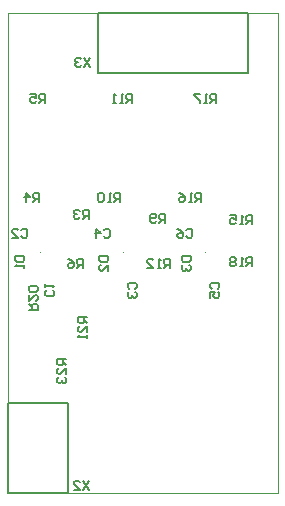
<source format=gbo>
%FSLAX25Y25*%
%MOIN*%
G70*
G01*
G75*
G04 Layer_Color=11599871*
%ADD10R,0.03937X0.05906*%
%ADD11R,0.15748X0.08465*%
%ADD12R,0.02402X0.03268*%
%ADD13R,0.15748X0.02362*%
%ADD14R,0.12362X0.02835*%
%ADD15R,0.03543X0.03150*%
%ADD16O,0.02362X0.08661*%
%ADD17P,0.20044X4X360.0*%
G04:AMPARAMS|DCode=18|XSize=8.66mil|YSize=27.56mil|CornerRadius=0mil|HoleSize=0mil|Usage=FLASHONLY|Rotation=315.000|XOffset=0mil|YOffset=0mil|HoleType=Round|Shape=Rectangle|*
%AMROTATEDRECTD18*
4,1,4,-0.01281,-0.00668,0.00668,0.01281,0.01281,0.00668,-0.00668,-0.01281,-0.01281,-0.00668,0.0*
%
%ADD18ROTATEDRECTD18*%

G04:AMPARAMS|DCode=19|XSize=8.66mil|YSize=27.56mil|CornerRadius=0mil|HoleSize=0mil|Usage=FLASHONLY|Rotation=45.000|XOffset=0mil|YOffset=0mil|HoleType=Round|Shape=Rectangle|*
%AMROTATEDRECTD19*
4,1,4,0.00668,-0.01281,-0.01281,0.00668,-0.00668,0.01281,0.01281,-0.00668,0.00668,-0.01281,0.0*
%
%ADD19ROTATEDRECTD19*%

%ADD20C,0.00800*%
%ADD21C,0.00600*%
%ADD22C,0.02000*%
%ADD23R,0.06500X0.17000*%
%ADD24R,0.07000X0.17000*%
%ADD25R,0.08000X0.05500*%
%ADD26R,0.07000X0.33000*%
%ADD27R,0.07500X0.05500*%
%ADD28R,0.10000X0.04500*%
%ADD29R,0.11000X0.04500*%
%ADD30R,0.07000X0.20000*%
%ADD31R,0.58000X0.10500*%
%ADD32C,0.00200*%
%ADD33R,0.05906X0.05906*%
%ADD34C,0.05906*%
%ADD35R,0.05906X0.05906*%
%ADD36C,0.01969*%
%ADD37R,0.01378X0.01378*%
%ADD38R,0.03150X0.03543*%
%ADD39R,0.23000X0.07500*%
%ADD40R,0.23500X0.07500*%
%ADD41R,0.17000X0.07500*%
%ADD42R,0.07000X0.19500*%
%ADD43R,0.08000X0.19500*%
%ADD44R,0.07000X0.21000*%
%ADD45R,0.08000X0.19000*%
%ADD46C,0.00984*%
%ADD47C,0.00787*%
%ADD48C,0.00500*%
%ADD49R,0.04737X0.06706*%
%ADD50R,0.16548X0.09265*%
%ADD51R,0.03202X0.04068*%
%ADD52R,0.16548X0.03162*%
%ADD53R,0.13162X0.03635*%
%ADD54R,0.04343X0.03950*%
%ADD55O,0.03162X0.09461*%
%ADD56P,0.21175X4X360.0*%
G04:AMPARAMS|DCode=57|XSize=16.66mil|YSize=35.56mil|CornerRadius=0mil|HoleSize=0mil|Usage=FLASHONLY|Rotation=315.000|XOffset=0mil|YOffset=0mil|HoleType=Round|Shape=Rectangle|*
%AMROTATEDRECTD57*
4,1,4,-0.01846,-0.00668,0.00668,0.01846,0.01846,0.00668,-0.00668,-0.01846,-0.01846,-0.00668,0.0*
%
%ADD57ROTATEDRECTD57*%

G04:AMPARAMS|DCode=58|XSize=16.66mil|YSize=35.56mil|CornerRadius=0mil|HoleSize=0mil|Usage=FLASHONLY|Rotation=45.000|XOffset=0mil|YOffset=0mil|HoleType=Round|Shape=Rectangle|*
%AMROTATEDRECTD58*
4,1,4,0.00668,-0.01846,-0.01846,0.00668,-0.00668,0.01846,0.01846,-0.00668,0.00668,-0.01846,0.0*
%
%ADD58ROTATEDRECTD58*%

%ADD59R,0.06706X0.06706*%
%ADD60C,0.06706*%
%ADD61R,0.06706X0.06706*%
%ADD62C,0.02769*%
%ADD63R,0.02178X0.02178*%
%ADD64R,0.03950X0.04343*%
%ADD65C,0.00394*%
D32*
X-0Y0D02*
Y160000D01*
X90000D01*
Y0D02*
Y160000D01*
X-0Y0D02*
X90000D01*
D47*
X-0D02*
X20000D01*
X-0Y30000D02*
X20000D01*
X-0Y0D02*
Y30000D01*
X20000Y0D02*
Y30000D01*
Y0D02*
Y19167D01*
X30000Y160000D02*
X80000D01*
X30000Y140000D02*
X80000D01*
X30000D02*
Y160000D01*
X80000Y140000D02*
Y160000D01*
D48*
X58001Y79000D02*
X61000D01*
Y77500D01*
X60500Y77001D01*
X58501D01*
X58001Y77500D01*
Y79000D01*
X58501Y76001D02*
X58001Y75501D01*
Y74501D01*
X58501Y74002D01*
X59001D01*
X59500Y74501D01*
Y75001D01*
Y74501D01*
X60000Y74002D01*
X60500D01*
X61000Y74501D01*
Y75501D01*
X60500Y76001D01*
X27000Y3999D02*
X25001Y1000D01*
Y3999D02*
X27000Y1000D01*
X22002D02*
X24001D01*
X22002Y2999D01*
Y3499D01*
X22501Y3999D01*
X23501D01*
X24001Y3499D01*
X27500Y144999D02*
X25501Y142000D01*
Y144999D02*
X27500Y142000D01*
X24501Y144499D02*
X24001Y144999D01*
X23001D01*
X22502Y144499D01*
Y143999D01*
X23001Y143500D01*
X23501D01*
X23001D01*
X22502Y143000D01*
Y142500D01*
X23001Y142000D01*
X24001D01*
X24501Y142500D01*
X19500Y44500D02*
X16501D01*
Y43001D01*
X17001Y42501D01*
X18000D01*
X18500Y43001D01*
Y44500D01*
Y43500D02*
X19500Y42501D01*
Y39502D02*
Y41501D01*
X17501Y39502D01*
X17001D01*
X16501Y40001D01*
Y41001D01*
X17001Y41501D01*
Y38502D02*
X16501Y38002D01*
Y37002D01*
X17001Y36503D01*
X17501D01*
X18000Y37002D01*
Y37502D01*
Y37002D01*
X18500Y36503D01*
X19000D01*
X19500Y37002D01*
Y38002D01*
X19000Y38502D01*
X7000Y61000D02*
X9999D01*
Y62499D01*
X9499Y62999D01*
X8500D01*
X8000Y62499D01*
Y61000D01*
Y62000D02*
X7000Y62999D01*
Y65998D02*
Y63999D01*
X8999Y65998D01*
X9499D01*
X9999Y65499D01*
Y64499D01*
X9499Y63999D01*
Y66998D02*
X9999Y67498D01*
Y68498D01*
X9499Y68997D01*
X7500D01*
X7000Y68498D01*
Y67498D01*
X7500Y66998D01*
X9499D01*
X26500Y58500D02*
X23501D01*
Y57000D01*
X24001Y56501D01*
X25001D01*
X25500Y57000D01*
Y58500D01*
Y57500D02*
X26500Y56501D01*
Y53502D02*
Y55501D01*
X24501Y53502D01*
X24001D01*
X23501Y54001D01*
Y55001D01*
X24001Y55501D01*
X26500Y52502D02*
Y51502D01*
Y52002D01*
X23501D01*
X24001Y52502D01*
X64500Y97000D02*
Y99999D01*
X63001D01*
X62501Y99499D01*
Y98500D01*
X63001Y98000D01*
X64500D01*
X63500D02*
X62501Y97000D01*
X61501D02*
X60501D01*
X61001D01*
Y99999D01*
X61501Y99499D01*
X57002Y99999D02*
X58002Y99499D01*
X59002Y98500D01*
Y97500D01*
X58502Y97000D01*
X57502D01*
X57002Y97500D01*
Y98000D01*
X57502Y98500D01*
X59002D01*
X37500Y97000D02*
Y99999D01*
X36000D01*
X35501Y99499D01*
Y98500D01*
X36000Y98000D01*
X37500D01*
X36500D02*
X35501Y97000D01*
X34501D02*
X33501D01*
X34001D01*
Y99999D01*
X34501Y99499D01*
X32002D02*
X31502Y99999D01*
X30502D01*
X30002Y99499D01*
Y97500D01*
X30502Y97000D01*
X31502D01*
X32002Y97500D01*
Y99499D01*
X81500Y89500D02*
Y92499D01*
X80001D01*
X79501Y91999D01*
Y91000D01*
X80001Y90500D01*
X81500D01*
X80500D02*
X79501Y89500D01*
X78501D02*
X77501D01*
X78001D01*
Y92499D01*
X78501Y91999D01*
X74002Y92499D02*
X76002D01*
Y91000D01*
X75002Y91499D01*
X74502D01*
X74002Y91000D01*
Y90000D01*
X74502Y89500D01*
X75502D01*
X76002Y90000D01*
X52500Y90000D02*
Y92999D01*
X51000D01*
X50501Y92499D01*
Y91500D01*
X51000Y91000D01*
X52500D01*
X51500D02*
X50501Y90000D01*
X49501Y90500D02*
X49001Y90000D01*
X48001D01*
X47502Y90500D01*
Y92499D01*
X48001Y92999D01*
X49001D01*
X49501Y92499D01*
Y91999D01*
X49001Y91500D01*
X47502D01*
X25000Y75000D02*
Y77999D01*
X23501D01*
X23001Y77499D01*
Y76499D01*
X23501Y76000D01*
X25000D01*
X24000D02*
X23001Y75000D01*
X20002Y77999D02*
X21001Y77499D01*
X22001Y76499D01*
Y75500D01*
X21501Y75000D01*
X20501D01*
X20002Y75500D01*
Y76000D01*
X20501Y76499D01*
X22001D01*
X81500Y75500D02*
Y78499D01*
X80001D01*
X79501Y77999D01*
Y76999D01*
X80001Y76500D01*
X81500D01*
X80500D02*
X79501Y75500D01*
X78501D02*
X77501D01*
X78001D01*
Y78499D01*
X78501Y77999D01*
X76002D02*
X75502Y78499D01*
X74502D01*
X74002Y77999D01*
Y77499D01*
X74502Y76999D01*
X74002Y76500D01*
Y76000D01*
X74502Y75500D01*
X75502D01*
X76002Y76000D01*
Y76500D01*
X75502Y76999D01*
X76002Y77499D01*
Y77999D01*
X75502Y76999D02*
X74502D01*
X54000Y75000D02*
Y77999D01*
X52500D01*
X52001Y77499D01*
Y76499D01*
X52500Y76000D01*
X54000D01*
X53000D02*
X52001Y75000D01*
X51001D02*
X50001D01*
X50501D01*
Y77999D01*
X51001Y77499D01*
X46502Y75000D02*
X48502D01*
X46502Y76999D01*
Y77499D01*
X47002Y77999D01*
X48002D01*
X48502Y77499D01*
X59501Y87499D02*
X60000Y87999D01*
X61000D01*
X61500Y87499D01*
Y85500D01*
X61000Y85000D01*
X60000D01*
X59501Y85500D01*
X56502Y87999D02*
X57501Y87499D01*
X58501Y86500D01*
Y85500D01*
X58001Y85000D01*
X57001D01*
X56502Y85500D01*
Y86000D01*
X57001Y86500D01*
X58501D01*
X4501Y87499D02*
X5001Y87999D01*
X6000D01*
X6500Y87499D01*
Y85500D01*
X6000Y85000D01*
X5001D01*
X4501Y85500D01*
X1502Y85000D02*
X3501D01*
X1502Y86999D01*
Y87499D01*
X2001Y87999D01*
X3001D01*
X3501Y87499D01*
X32001D02*
X32500Y87999D01*
X33500D01*
X34000Y87499D01*
Y85500D01*
X33500Y85000D01*
X32500D01*
X32001Y85500D01*
X29501Y85000D02*
Y87999D01*
X31001Y86500D01*
X29002D01*
X69500Y130000D02*
Y132999D01*
X68001D01*
X67501Y132499D01*
Y131500D01*
X68001Y131000D01*
X69500D01*
X68500D02*
X67501Y130000D01*
X66501D02*
X65501D01*
X66001D01*
Y132999D01*
X66501Y132499D01*
X64002Y132999D02*
X62002D01*
Y132499D01*
X64002Y130500D01*
Y130000D01*
X41500D02*
Y132999D01*
X40001D01*
X39501Y132499D01*
Y131500D01*
X40001Y131000D01*
X41500D01*
X40500D02*
X39501Y130000D01*
X38501D02*
X37501D01*
X38001D01*
Y132999D01*
X38501Y132499D01*
X36002Y130000D02*
X35002D01*
X35502D01*
Y132999D01*
X36002Y132499D01*
X68001Y68001D02*
X67501Y68501D01*
Y69500D01*
X68001Y70000D01*
X70000D01*
X70500Y69500D01*
Y68501D01*
X70000Y68001D01*
X67501Y65002D02*
Y67001D01*
X69001D01*
X68501Y66001D01*
Y65501D01*
X69001Y65002D01*
X70000D01*
X70500Y65501D01*
Y66501D01*
X70000Y67001D01*
X40501Y68001D02*
X40001Y68501D01*
Y69500D01*
X40501Y70000D01*
X42500D01*
X43000Y69500D01*
Y68501D01*
X42500Y68001D01*
X40501Y67001D02*
X40001Y66501D01*
Y65501D01*
X40501Y65002D01*
X41001D01*
X41500Y65501D01*
Y66001D01*
Y65501D01*
X42000Y65002D01*
X42500D01*
X43000Y65501D01*
Y66501D01*
X42500Y67001D01*
X30501Y79000D02*
X33500D01*
Y77500D01*
X33000Y77001D01*
X31001D01*
X30501Y77500D01*
Y79000D01*
X33500Y74002D02*
Y76001D01*
X31501Y74002D01*
X31001D01*
X30501Y74501D01*
Y75501D01*
X31001Y76001D01*
X10500Y97000D02*
Y99999D01*
X9001D01*
X8501Y99499D01*
Y98500D01*
X9001Y98000D01*
X10500D01*
X9500D02*
X8501Y97000D01*
X6001D02*
Y99999D01*
X7501Y98500D01*
X5502D01*
X12500Y130000D02*
Y132999D01*
X11000D01*
X10501Y132499D01*
Y131500D01*
X11000Y131000D01*
X12500D01*
X11500D02*
X10501Y130000D01*
X7502Y132999D02*
X9501D01*
Y131500D01*
X8501Y131999D01*
X8001D01*
X7502Y131500D01*
Y130500D01*
X8001Y130000D01*
X9001D01*
X9501Y130500D01*
X26965Y91335D02*
Y94334D01*
X25465D01*
X24965Y93834D01*
Y92834D01*
X25465Y92334D01*
X26965D01*
X25965D02*
X24965Y91335D01*
X23966Y93834D02*
X23466Y94334D01*
X22466D01*
X21966Y93834D01*
Y93334D01*
X22466Y92834D01*
X22966D01*
X22466D01*
X21966Y92334D01*
Y91834D01*
X22466Y91335D01*
X23466D01*
X23966Y91834D01*
X14999Y67499D02*
X15499Y67000D01*
Y66000D01*
X14999Y65500D01*
X13000D01*
X12500Y66000D01*
Y67000D01*
X13000Y67499D01*
X12500Y68499D02*
Y69499D01*
Y68999D01*
X15499D01*
X14999Y68499D01*
X2501Y79000D02*
X5500D01*
Y77500D01*
X5000Y77001D01*
X3001D01*
X2501Y77500D01*
Y79000D01*
X5500Y76001D02*
Y75001D01*
Y75501D01*
X2501D01*
X3001Y76001D01*
D65*
X65961Y80146D02*
G03*
X65961Y80146I-197J0D01*
G01*
X38461D02*
G03*
X38461Y80146I-197J0D01*
G01*
X10961D02*
G03*
X10961Y80146I-197J0D01*
G01*
M02*

</source>
